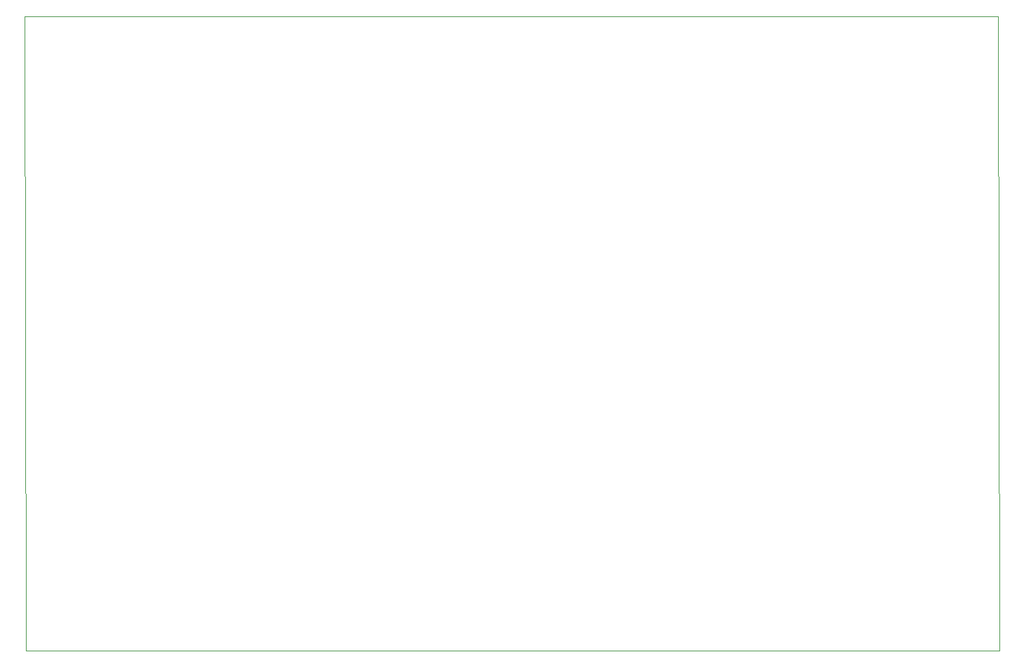
<source format=gm1>
G04 #@! TF.GenerationSoftware,KiCad,Pcbnew,(6.99.0-3780-g6ddc5c1a6e)*
G04 #@! TF.CreationDate,2022-10-07T14:26:14+02:00*
G04 #@! TF.ProjectId,Unifying,556e6966-7969-46e6-972e-6b696361645f,rev?*
G04 #@! TF.SameCoordinates,Original*
G04 #@! TF.FileFunction,Profile,NP*
%FSLAX46Y46*%
G04 Gerber Fmt 4.6, Leading zero omitted, Abs format (unit mm)*
G04 Created by KiCad (PCBNEW (6.99.0-3780-g6ddc5c1a6e)) date 2022-10-07 14:26:14*
%MOMM*%
%LPD*%
G01*
G04 APERTURE LIST*
G04 #@! TA.AperFunction,Profile*
%ADD10C,0.050000*%
G04 #@! TD*
G04 APERTURE END LIST*
D10*
X217720000Y-153160000D02*
X217520000Y-74410000D01*
X217520000Y-74410000D02*
X96790800Y-74410000D01*
X96980200Y-153196000D02*
X96790800Y-74410000D01*
X96980200Y-153196000D02*
X217720000Y-153160000D01*
M02*

</source>
